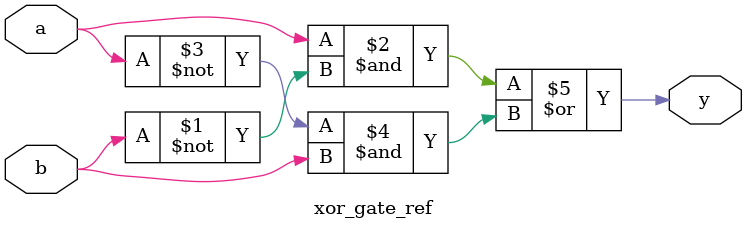
<source format=v>
module xor_gate_ref(
    input wire a,
    input wire b,
    output wire y
);

    assign y = (a & ~b) | (~a & b);

endmodule


</source>
